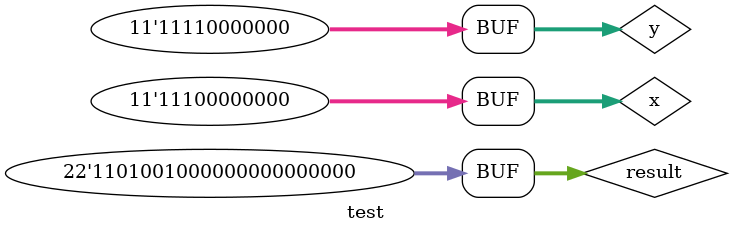
<source format=v>
module test();
	reg [10:0] x, y;
	reg [21:0] result;
	initial begin
		x = 11'h700;
		y = 11'h780;
		#10 result = x * y;
	end
endmodule

</source>
